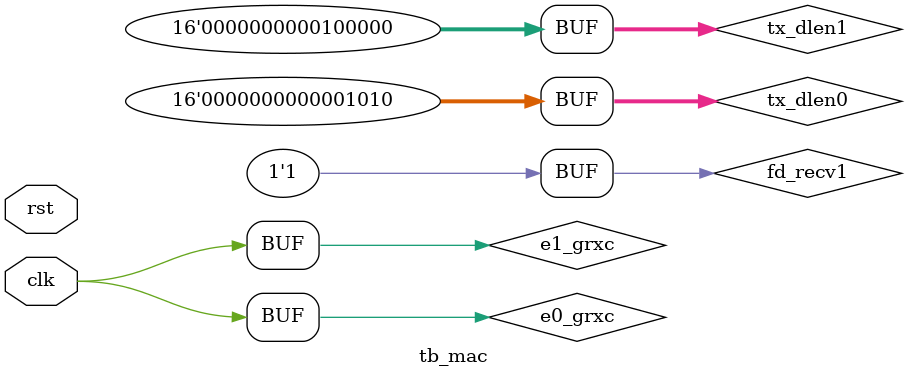
<source format=v>
module tb_mac(
    input clk,
    input rst
);


    localparam GLEN = 8'h40;

    reg [7:0] state; 
    reg [7:0] next_state;

    localparam IDLE = 8'h00, WAIT = 8'h01, DONE = 8'h02; 
    localparam FIFO = 8'h13;
    localparam UDP0 = 8'h20, GAP0 = 8'h21, UDP1 = 8'h22, GAP1 = 8'h23;
    localparam UDP2 = 8'h24, GAP2 = 8'h25, UDP3 = 8'h26, GAP3 = 8'h27;

    wire e0_grxc, e1_grxc;
    wire e0_gtxc, e1_gtxc;
    wire e0_txen, e1_txen;
    wire e0_rxdv, e1_rxdv;
    wire [7:0] e0_rxd, e0_txd;
    wire [7:0] e1_rxd, e1_txd;
    wire e0_rstn, e1_rstn;
    wire fs_send0, fd_send0, fs_recv0, fd_recv0;
    wire fs_send1, fd_send1, fs_recv1, fd_recv1;
    wire [15:0] tx_dlen0, rx_dlen0;
    wire [15:0] tx_dlen1, rx_dlen1;
    wire fifo_cmd_rxen0, fifo_cmd_rxen1;
    wire [7:0] fifo_cmd_rxd0, fifo_cmd_rxd1;

    wire fs_fifo_tx, fd_fifo_tx;
    wire fifo_txen, fifo_rxen;
    wire fifo_full;
    wire [7:0] fifo_txd, fifo_rxd;

    assign e0_grxc = clk;
    assign e1_grxc = clk;

    assign e0_rxdv = e1_txen;
    assign e1_rxdv = e0_txen;

    assign e0_rxd = e1_txd;
    assign e1_rxd = e0_txd;

    assign tx_dlen0 = 16'h0A;
    assign tx_dlen1 = 16'h20;

    assign fs_send0 = (state == UDP0) || (state == UDP1) || (state == UDP2) || (state == UDP3);
    assign fs_fifo_tx = (state == FIFO);
    assign fd_recv1 = 1'b1;

    reg [7:0] cnt;

    always@(posedge clk or posedge rst) begin
        if(rst) state <= IDLE;
        else state <= next_state;
    end
    
    always@(*) begin
        case(state)
            IDLE: next_state <= WAIT;
            WAIT: next_state <= FIFO;
            FIFO: begin
                if(fd_fifo_tx) next_state <= UDP0;
                else next_state <= FIFO;
            end
            UDP0: begin
                if(fd_send0) next_state <= GAP0;
                else next_state <= UDP0;
            end
            GAP0: begin
                if(cnt >= GLEN) next_state <= UDP1;
                else next_state <= GAP0;
            end
            UDP1: begin
                if(fd_send0) next_state <= GAP1;
                else next_state <= UDP1;
            end
            GAP1: begin
                if(cnt >= GLEN) next_state <= UDP2;
                else next_state <= GAP1;
            end
            UDP2: begin
                if(fd_send0) next_state <= GAP2;
                else next_state <= UDP2;
            end
            GAP2: begin
                if(cnt >= GLEN) next_state <= UDP3;
                else next_state <= GAP2;
            end
            UDP3: begin
                if(fd_send0) next_state <= GAP3;
                else next_state <= UDP3;
            end
            GAP3: begin
                if(cnt >= GLEN) next_state <= DONE;
                else next_state <= GAP3;
            end
            DONE: next_state <= WAIT;
            default: next_state <= IDLE;
        endcase
    end

    always@(posedge clk or posedge rst) begin
        if(rst) cnt <= 8'h00;
        else if(state == IDLE) cnt <= 8'h00;
        else if(state == WAIT) cnt <= 8'h00;
        else if(state == GAP0) cnt <= cnt + 1'b1;
        else if(state == GAP1) cnt <= cnt + 1'b1;
        else if(state == GAP2) cnt <= cnt + 1'b1;
        else if(state == GAP3) cnt <= cnt + 1'b1;
        else cnt <= 8'h00;
    end

    fifo_eth
    fifo_read_dut(
        .wr_clk(clk),
        .full(fifo_full),
        .din(fifo_txd),
        .wr_en(fifo_txen),

        .rd_clk(clk),
        .dout(fifo_rxd),
        .rd_en(fifo_rxen)
    );

    fifo_tx
    fifo_tx_dut(
        .clk(clk),
        .rst(rst),

        .full(fifo_full),
        .fs(fs_fifo_tx),
        .fd(fd_fifo_tx),

        .dlen({tx_dlen0, 2'b11}),

        .fifo_txen(fifo_txen),
        .fifo_txd(fifo_txd)
    );




    


    mac  u_mac0 (
        .e_grxc                  ( e0_grxc                ),
        .e_rxdv                  ( e0_rxdv                ),
        .e_rxd                   ( e0_rxd          [7:0]  ),
        .e_rxer                  (                 ),
        .e_mdio                  (                 ),
        .fs_send                 ( fs_send0               ),
        .fd_recv                 ( fd_recv0              ),
        .rst                     ( rst                   ),
        .tx_dlen                 ( tx_dlen0        [15:0] ),
        .fifo_cmd_rxen           ( fifo_cmd_rxen0         ),

        .e_gtxc                  ( e0_gtxc                ),
        .e_txen                  ( e0_txen                ),
        .e_txd                   ( e0_txd          [7:0]  ),
        .e_txer                  (                 ),
        .e_rstn                  ( e0_rstn                ),
        .e_mdc                   (                  ),
        .fd_send                 ( fd_send0               ),
        .fs_recv                 ( fs_recv0               ),
        .rx_dlen                 ( rx_dlen0        [15:0] ),
        .fifo_cmd_rxd            ( fifo_cmd_rxd0   [7:0]  ),

        .fifo_data_rxen(fifo_rxen),
        .fifo_data_rxd(fifo_rxd)
    );


    mac  u_mac1 (
        .e_grxc                  ( e1_grxc                ),
        .e_rxdv                  ( e1_rxdv                ),
        .e_rxd                   ( e1_rxd          [7:0]  ),
        .e_rxer                  (                 ),
        .e_mdio                  ( e1_mdio                ),
        .fs_send                 ( fs_send1               ),
        .fd_recv                 ( fd_recv1               ),
        .rst                     ( rst                   ),
        .tx_dlen                 ( tx_dlen1        [15:0] ),
        .fifo_cmd_rxen           ( fifo_cmd_rxen1         ),

        .e_gtxc                  ( e1_gtxc                ),
        .e_txen                  ( e1_txen                ),
        .e_txd                   ( e1_txd          [7:0]  ),
        .e_txer                  (                 ),
        .e_rstn                  ( e1_rstn                ),
        .e_mdc                   (                  ),
        .fd_send                 ( fd_send1               ),
        .fs_recv                 ( fs_recv1               ),
        .rx_dlen                 ( rx_dlen1        [15:0] ),
        .fifo_cmd_rxd            ( fifo_cmd_rxd1   [7:0]  )
    );





endmodule
</source>
